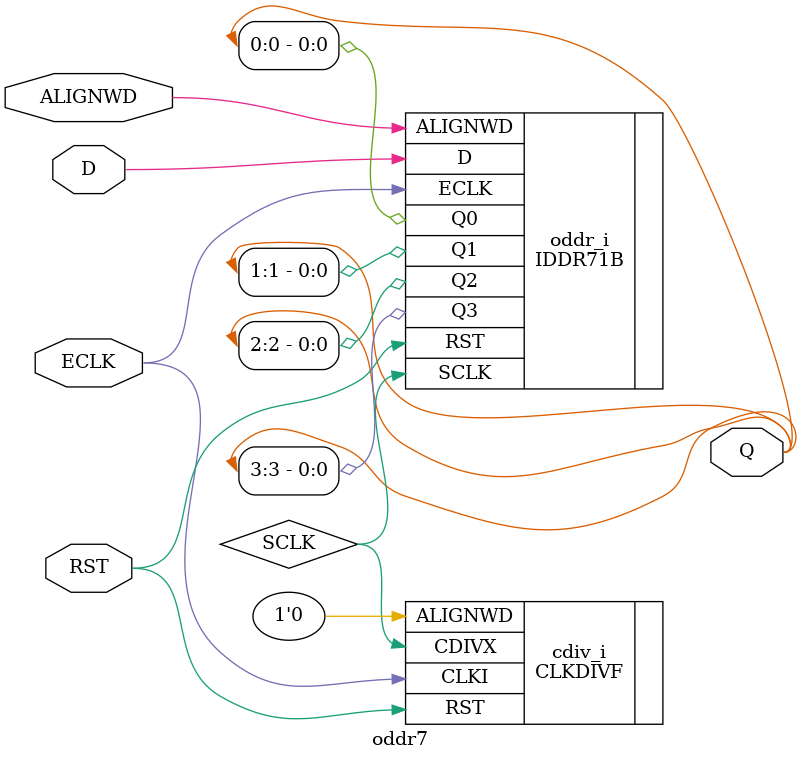
<source format=v>
module oddr7(input D, input ALIGNWD, ECLK, RST, output [3:0] Q);
wire SCLK;

CLKDIVF #(.DIV("3.5")) cdiv_i (.CLKI(ECLK), .RST(RST), .ALIGNWD(1'b0), .CDIVX(SCLK));

IDDR71B oddr_i(.Q0(Q[0]), .Q1(Q[1]), .Q2(Q[2]), .Q3(Q[3]),
               .ECLK(ECLK), .SCLK(SCLK), .ALIGNWD(ALIGNWD), .RST(RST),
               .D(D));
endmodule

</source>
